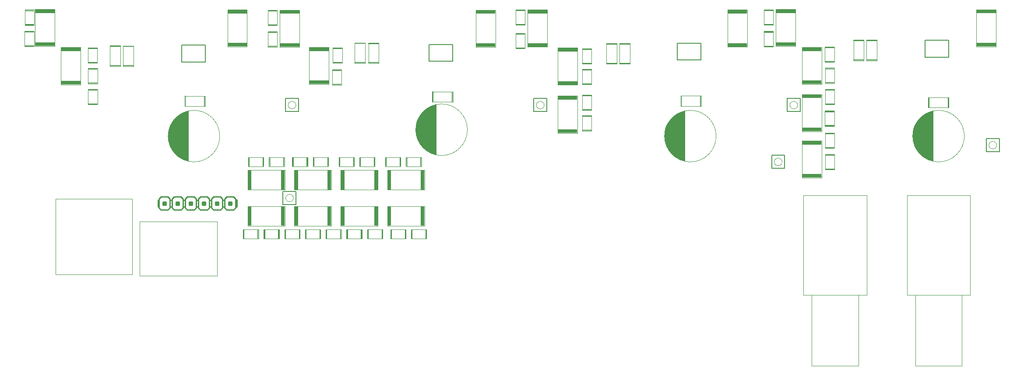
<source format=gbr>
%TF.GenerationSoftware,Altium Limited,Altium Designer,21.6.4 (81)*%
G04 Layer_Color=16711935*
%FSLAX45Y45*%
%MOMM*%
%TF.SameCoordinates,FD19CA96-AA1C-43A6-A510-41EB6BA20D2A*%
%TF.FilePolarity,Positive*%
%TF.FileFunction,Other,Top_Assembly*%
%TF.Part,Single*%
G01*
G75*
%TA.AperFunction,NonConductor*%
%ADD33C,0.25400*%
%ADD35C,0.10000*%
%ADD51C,0.15000*%
%ADD61R,0.80000X3.80000*%
%ADD62R,1.80000X0.20000*%
%ADD63R,0.20000X1.80000*%
%ADD64R,3.80000X0.80000*%
%ADD65R,2.00000X0.20000*%
%ADD66R,2.05000X0.20000*%
%ADD67R,0.20000X2.05000*%
%ADD68R,0.20000X2.00000*%
G36*
X3300000Y-2110000D02*
Y-3090000D01*
X3200000Y-3060000D01*
X3100000Y-3000000D01*
X3030000Y-2940000D01*
X2947138Y-2815717D01*
X2924847Y-2766669D01*
X2900000Y-2630000D01*
X2914668Y-2468666D01*
X2930912Y-2411814D01*
X2980000Y-2330000D01*
X3020000Y-2280000D01*
X3060000Y-2230000D01*
X3100000Y-2200000D01*
X3160000Y-2160000D01*
X3230000Y-2130000D01*
X3290000Y-2110000D01*
X3300000D01*
D02*
G37*
G36*
X8088960Y-1986500D02*
Y-2966500D01*
X7988960Y-2936500D01*
X7888960Y-2876500D01*
X7818960Y-2816500D01*
X7736098Y-2692217D01*
X7713807Y-2643169D01*
X7688960Y-2506500D01*
X7703627Y-2345166D01*
X7719872Y-2288314D01*
X7768960Y-2206500D01*
X7808960Y-2156500D01*
X7848960Y-2106500D01*
X7888960Y-2076500D01*
X7948960Y-2036500D01*
X8018960Y-2006500D01*
X8078960Y-1986500D01*
X8088960D01*
D02*
G37*
G36*
X12900000Y-2110000D02*
Y-3090000D01*
X12800000Y-3060000D01*
X12700000Y-3000000D01*
X12630000Y-2940000D01*
X12547138Y-2815717D01*
X12524846Y-2766669D01*
X12500000Y-2630000D01*
X12514667Y-2468666D01*
X12530912Y-2411814D01*
X12580000Y-2330000D01*
X12620000Y-2280000D01*
X12660000Y-2230000D01*
X12700000Y-2200000D01*
X12760000Y-2160000D01*
X12830000Y-2130000D01*
X12889999Y-2110000D01*
X12900000D01*
D02*
G37*
G36*
X17700000D02*
Y-3090000D01*
X17600000Y-3060000D01*
X17500000Y-3000000D01*
X17430000Y-2940000D01*
X17347137Y-2815717D01*
X17324846Y-2766669D01*
X17300000Y-2630000D01*
X17314667Y-2468666D01*
X17330911Y-2411814D01*
X17380000Y-2330000D01*
X17420000Y-2280000D01*
X17460001Y-2230000D01*
X17500000Y-2200000D01*
X17560001Y-2160000D01*
X17630000Y-2130000D01*
X17689999Y-2110000D01*
X17700000D01*
D02*
G37*
D33*
X4208480Y-3970620D02*
X4230480D01*
Y-3836620D01*
X4208480D02*
X4230480D01*
X2703720Y-3837340D02*
X2725720D01*
X2703720Y-3971340D02*
Y-3837340D01*
Y-3971340D02*
X2725720D01*
X3189720D02*
X3233720D01*
X3189720Y-3837340D02*
X3233720D01*
X3697720Y-3971340D02*
X3741720D01*
X3697720Y-3837340D02*
X3741720D01*
X3443720Y-3971340D02*
X3487720D01*
X3443720Y-3837340D02*
X3487720D01*
X3951720Y-3971340D02*
X3995720D01*
X3951720Y-3837340D02*
X3995720D01*
X2935720Y-3971340D02*
X2979720D01*
X2935720Y-3837340D02*
X2979720D01*
X2725720Y-3991340D02*
Y-3817340D01*
X2765720Y-3777340D02*
X2895720D01*
X2725720Y-3817340D02*
X2765720Y-3777340D01*
Y-4031340D02*
X2895720D01*
X2935720Y-3991340D02*
Y-3817340D01*
X2895720Y-3777340D02*
X2935720Y-3817340D01*
X2895720Y-4031340D02*
X2935720Y-3991340D01*
X2725720D02*
X2765720Y-4031340D01*
X3189720Y-3991340D02*
Y-3817340D01*
X2979720D02*
X3019720Y-3777340D01*
X3149720D02*
X3189720Y-3817340D01*
X3019720Y-3777340D02*
X3149720D01*
X2979720Y-3991340D02*
Y-3817340D01*
Y-3991340D02*
X3019720Y-4031340D01*
X3149720D01*
X3189720Y-3991340D01*
X3443720D02*
Y-3817340D01*
X3233720D02*
X3273720Y-3777340D01*
X3233720Y-3991340D02*
Y-3817340D01*
Y-3991340D02*
X3273720Y-4031340D01*
X3403720D01*
X3443720Y-3991340D01*
X3403720Y-3777340D02*
X3443720Y-3817340D01*
X3273720Y-3777340D02*
X3403720D01*
X3741720Y-3817340D02*
X3781720Y-3777340D01*
X3741720Y-3991340D02*
Y-3817340D01*
Y-3991340D02*
X3781720Y-4031340D01*
X3911720D01*
X3951720Y-3991340D01*
Y-3817340D01*
X3911720Y-3777340D02*
X3951720Y-3817340D01*
X3781720Y-3777340D02*
X3911720D01*
X4205720Y-3991340D02*
Y-3817340D01*
X3995720D02*
X4035720Y-3777340D01*
X3995720Y-3991340D02*
Y-3817340D01*
Y-3991340D02*
X4035720Y-4031340D01*
X4165720D01*
X4205720Y-3991340D01*
X4165720Y-3777340D02*
X4205720Y-3817340D01*
X4035720Y-3777340D02*
X4165720D01*
X3657720Y-4031340D02*
X3697720Y-3991340D01*
Y-3817340D01*
X3527720Y-3777340D02*
X3657720D01*
X3487720Y-3817340D02*
X3527720Y-3777340D01*
X3487720Y-3991340D02*
Y-3817340D01*
Y-3991340D02*
X3527720Y-4031340D01*
X3657720D01*
Y-3777340D02*
X3697720Y-3817340D01*
X3052720Y-3936340D02*
Y-3872340D01*
X4068720Y-3936340D02*
Y-3872340D01*
X4088720Y-3916340D02*
Y-3892340D01*
X3814720Y-3872340D02*
X3878720D01*
X3580720Y-3892340D02*
X3604720D01*
X3560720Y-3872340D02*
X3624720D01*
X3560720Y-3936340D02*
X3624720D01*
X3580720Y-3916340D02*
X3604720D01*
X3306720Y-3936340D02*
X3370720D01*
X3326720Y-3916340D02*
X3350720D01*
X3306720Y-3936340D02*
Y-3872340D01*
Y-3936340D02*
X3326720Y-3916340D01*
Y-3892340D01*
X3116720Y-3936340D02*
Y-3872340D01*
X3052720D02*
X3072720Y-3892340D01*
X3096720D02*
X3116720Y-3872340D01*
X3052720D02*
X3116720D01*
X3052720Y-3936340D02*
X3072720Y-3916340D01*
X3052720Y-3936340D02*
X3116720D01*
X3096720Y-3916340D02*
X3116720Y-3936340D01*
X2862720D02*
Y-3872340D01*
X2842720Y-3892340D02*
X2862720Y-3872340D01*
X2798720D02*
X2862720D01*
X2798720Y-3936340D02*
X2862720D01*
X2842720Y-3916340D02*
X2862720Y-3936340D01*
X2798720Y-3872340D02*
X2818720Y-3892340D01*
X2798720Y-3936340D02*
Y-3872340D01*
Y-3936340D02*
X2818720Y-3916340D01*
X2842720D01*
Y-3892340D01*
X2818720D02*
X2842720D01*
X2818720Y-3916340D02*
Y-3892340D01*
X3560720Y-3872340D02*
X3580720Y-3892340D01*
X3560720Y-3936340D02*
Y-3872340D01*
Y-3936340D02*
X3580720Y-3916340D01*
Y-3892340D01*
X3350720Y-3916340D02*
X3370720Y-3936340D01*
Y-3872340D01*
X3350720Y-3916340D02*
Y-3892340D01*
X3306720Y-3872340D02*
X3326720Y-3892340D01*
X3350720D01*
X3370720Y-3872340D01*
X3306720D02*
X3370720D01*
X4132720Y-3936340D02*
Y-3872340D01*
X4112720Y-3916340D02*
Y-3892340D01*
X4068720Y-3872340D02*
X4088720Y-3892340D01*
X4112720D01*
X4132720Y-3872340D01*
X4068720D02*
X4132720D01*
X4068720Y-3936340D02*
X4088720Y-3916340D01*
X4068720Y-3936340D02*
X4132720D01*
X4112720Y-3916340D02*
X4132720Y-3936340D01*
X4088720Y-3916340D02*
X4112720D01*
X3834720Y-3892340D02*
X3858720D01*
X3878720Y-3936340D02*
Y-3872340D01*
X3858720Y-3892340D02*
X3878720Y-3872340D01*
X3858720Y-3916340D02*
Y-3892340D01*
X3072720Y-3916340D02*
X3096720D01*
Y-3892340D01*
X3072720D02*
X3096720D01*
X3072720Y-3916340D02*
Y-3892340D01*
X3814720Y-3936340D02*
X3878720D01*
X3858720Y-3916340D02*
X3878720Y-3936340D01*
X3834720Y-3916340D02*
X3858720D01*
X3814720Y-3872340D02*
X3834720Y-3892340D01*
X3814720Y-3936340D02*
Y-3872340D01*
Y-3936340D02*
X3834720Y-3916340D01*
Y-3892340D01*
X3604720Y-3916340D02*
X3624720Y-3936340D01*
Y-3872340D01*
X3604720Y-3892340D02*
X3624720Y-3872340D01*
X3604720Y-3916340D02*
Y-3892340D01*
D35*
X14775000Y-3100000D02*
G03*
X14775000Y-3100000I-75000J0D01*
G01*
X15075000Y-2000000D02*
G03*
X15075000Y-2000000I-75000J0D01*
G01*
X18925000Y-2775000D02*
G03*
X18925000Y-2775000I-75000J0D01*
G01*
X10175000Y-2000000D02*
G03*
X10175000Y-2000000I-75000J0D01*
G01*
X5375000D02*
G03*
X5375000Y-2000000I-75000J0D01*
G01*
X13500000Y-2600000D02*
G03*
X13500000Y-2600000I-500000J0D01*
G01*
X18300000D02*
G03*
X18300000Y-2600000I-500000J0D01*
G01*
X8688960Y-2476500D02*
G03*
X8688960Y-2476500I-500000J0D01*
G01*
X3900000Y-2600000D02*
G03*
X3900000Y-2600000I-500000J0D01*
G01*
X5325000Y-3800000D02*
G03*
X5325000Y-3800000I-75000J0D01*
G01*
X4470000Y-3640000D02*
Y-3260000D01*
X5130000Y-3640000D02*
Y-3260000D01*
X4440000Y-3640000D02*
Y-3260000D01*
X5160000Y-3640000D02*
Y-3260000D01*
X4440000D02*
X5160000D01*
X4440000Y-3640000D02*
X5160000D01*
X1355260Y-1565100D02*
X1535260D01*
X1355260Y-1585100D02*
X1535260D01*
X1355260D02*
Y-1285100D01*
X1535260Y-1585100D02*
Y-1285100D01*
X1355260Y-1305100D02*
X1535260D01*
X1355260Y-1285100D02*
X1535260D01*
X1352720Y-906320D02*
X1532720D01*
X1352720Y-886320D02*
X1532720D01*
Y-1186320D02*
Y-886320D01*
X1352720Y-1186320D02*
Y-886320D01*
Y-1166320D02*
X1532720D01*
X1352720Y-1186320D02*
X1532720D01*
X1355260Y-1969740D02*
X1535260D01*
X1355260Y-1989740D02*
X1535260D01*
X1355260D02*
Y-1689740D01*
X1535260Y-1989740D02*
Y-1689740D01*
X1355260Y-1709740D02*
X1535260D01*
X1355260Y-1689740D02*
X1535260D01*
X5430000Y-4590000D02*
Y-4410000D01*
X5450000Y-4590000D02*
Y-4410000D01*
X5150000Y-4590000D02*
X5450000D01*
X5150000Y-4410000D02*
X5450000D01*
X5170000Y-4590000D02*
Y-4410000D01*
X5150000Y-4590000D02*
Y-4410000D01*
X5030000Y-4590000D02*
Y-4410000D01*
X5050000Y-4590000D02*
Y-4410000D01*
X4750000Y-4590000D02*
X5050000D01*
X4750000Y-4410000D02*
X5050000D01*
X4770000Y-4590000D02*
Y-4410000D01*
X4750000Y-4590000D02*
Y-4410000D01*
X4650000Y-4590000D02*
Y-4410000D01*
X4630000Y-4590000D02*
Y-4410000D01*
X4350000Y-4590000D02*
X4650000D01*
X4350000Y-4410000D02*
X4650000D01*
X4350000Y-4590000D02*
Y-4410000D01*
X4370000Y-4590000D02*
Y-4410000D01*
X5150000Y-3190000D02*
Y-3010000D01*
X5130000Y-3190000D02*
Y-3010000D01*
X4850000Y-3190000D02*
X5150000D01*
X4850000Y-3010000D02*
X5150000D01*
X4850000Y-3190000D02*
Y-3010000D01*
X4870000Y-3190000D02*
Y-3010000D01*
X4750000Y-3190000D02*
Y-3010000D01*
X4730000Y-3190000D02*
Y-3010000D01*
X4450000Y-3190000D02*
X4750000D01*
X4450000Y-3010000D02*
X4750000D01*
X4450000Y-3190000D02*
Y-3010000D01*
X4470000Y-3190000D02*
Y-3010000D01*
X6240000Y-3960000D02*
X6960000D01*
X6240000Y-4340000D02*
X6960000D01*
X6240000D02*
Y-3960000D01*
X6960000Y-4340000D02*
Y-3960000D01*
X6270000Y-4340000D02*
Y-3960000D01*
X6930000Y-4340000D02*
Y-3960000D01*
X6230000Y-4590000D02*
Y-4410000D01*
X6250000Y-4590000D02*
Y-4410000D01*
X5950000Y-4590000D02*
X6250000D01*
X5950000Y-4410000D02*
X6250000D01*
X5970000Y-4590000D02*
Y-4410000D01*
X5950000Y-4590000D02*
Y-4410000D01*
X7030000Y-4590000D02*
Y-4410000D01*
X7050000Y-4590000D02*
Y-4410000D01*
X6750000Y-4590000D02*
X7050000D01*
X6750000Y-4410000D02*
X7050000D01*
X6770000Y-4590000D02*
Y-4410000D01*
X6750000Y-4590000D02*
Y-4410000D01*
X6630000Y-4590000D02*
Y-4410000D01*
X6650000Y-4590000D02*
Y-4410000D01*
X6350000Y-4590000D02*
X6650000D01*
X6350000Y-4410000D02*
X6650000D01*
X6370000Y-4590000D02*
Y-4410000D01*
X6350000Y-4590000D02*
Y-4410000D01*
X5340000Y-3960000D02*
X6060000D01*
X5340000Y-4340000D02*
X6060000D01*
X5340000D02*
Y-3960000D01*
X6060000Y-4340000D02*
Y-3960000D01*
X5370000Y-4340000D02*
Y-3960000D01*
X6030000Y-4340000D02*
Y-3960000D01*
X5830000Y-4590000D02*
Y-4410000D01*
X5850000Y-4590000D02*
Y-4410000D01*
X5550000Y-4590000D02*
X5850000D01*
X5550000Y-4410000D02*
X5850000D01*
X5570000Y-4590000D02*
Y-4410000D01*
X5550000Y-4590000D02*
Y-4410000D01*
X7780000Y-3190000D02*
Y-3010000D01*
X7800000Y-3190000D02*
Y-3010000D01*
X7500000Y-3190000D02*
X7800000D01*
X7500000Y-3010000D02*
X7800000D01*
X7520000Y-3190000D02*
Y-3010000D01*
X7500000Y-3190000D02*
Y-3010000D01*
X7480000Y-4590000D02*
Y-4410000D01*
X7500000Y-4590000D02*
Y-4410000D01*
X7200000Y-4590000D02*
X7500000D01*
X7200000Y-4410000D02*
X7500000D01*
X7220000Y-4590000D02*
Y-4410000D01*
X7200000Y-4590000D02*
Y-4410000D01*
X7880000Y-4590000D02*
Y-4410000D01*
X7900000Y-4590000D02*
Y-4410000D01*
X7600000Y-4590000D02*
X7900000D01*
X7600000Y-4410000D02*
X7900000D01*
X7620000Y-4590000D02*
Y-4410000D01*
X7600000Y-4590000D02*
Y-4410000D01*
X7140000Y-3960000D02*
X7860000D01*
X7140000Y-4340000D02*
X7860000D01*
X7140000D02*
Y-3960000D01*
X7860000Y-4340000D02*
Y-3960000D01*
X7170000Y-4340000D02*
Y-3960000D01*
X7830000Y-4340000D02*
Y-3960000D01*
Y-3640000D02*
Y-3260000D01*
X7170000Y-3640000D02*
Y-3260000D01*
X7860000Y-3640000D02*
Y-3260000D01*
X7140000Y-3640000D02*
Y-3260000D01*
Y-3640000D02*
X7860000D01*
X7140000Y-3260000D02*
X7860000D01*
X7380000Y-3190000D02*
Y-3010000D01*
X7400000Y-3190000D02*
Y-3010000D01*
X7100000Y-3190000D02*
X7400000D01*
X7100000Y-3010000D02*
X7400000D01*
X7120000Y-3190000D02*
Y-3010000D01*
X7100000Y-3190000D02*
Y-3010000D01*
X5340000Y-3260000D02*
X6060000D01*
X5340000Y-3640000D02*
X6060000D01*
X5340000D02*
Y-3260000D01*
X6060000Y-3640000D02*
Y-3260000D01*
X5370000Y-3640000D02*
Y-3260000D01*
X6030000Y-3640000D02*
Y-3260000D01*
X4440000Y-4340000D02*
X5160000D01*
X4440000Y-3960000D02*
X5160000D01*
Y-4340000D02*
Y-3960000D01*
X4440000Y-4340000D02*
Y-3960000D01*
X5130000Y-4340000D02*
Y-3960000D01*
X4470000Y-4340000D02*
Y-3960000D01*
X6240000Y-3260000D02*
X6960000D01*
X6240000Y-3640000D02*
X6960000D01*
X6240000D02*
Y-3260000D01*
X6960000Y-3640000D02*
Y-3260000D01*
X6270000Y-3640000D02*
Y-3260000D01*
X6930000Y-3640000D02*
Y-3260000D01*
X5580000Y-3190000D02*
Y-3010000D01*
X5600000Y-3190000D02*
Y-3010000D01*
X5300000Y-3190000D02*
X5600000D01*
X5300000Y-3010000D02*
X5600000D01*
X5320000Y-3190000D02*
Y-3010000D01*
X5300000Y-3190000D02*
Y-3010000D01*
X5980000Y-3190000D02*
Y-3010000D01*
X6000000Y-3190000D02*
Y-3010000D01*
X5700000Y-3190000D02*
X6000000D01*
X5700000Y-3010000D02*
X6000000D01*
X5720000Y-3190000D02*
Y-3010000D01*
X5700000Y-3190000D02*
Y-3010000D01*
X6480000Y-3190000D02*
Y-3010000D01*
X6500000Y-3190000D02*
Y-3010000D01*
X6200000Y-3190000D02*
X6500000D01*
X6200000Y-3010000D02*
X6500000D01*
X6220000Y-3190000D02*
Y-3010000D01*
X6200000Y-3190000D02*
Y-3010000D01*
X10910000Y-2100000D02*
X11090000D01*
X10910000Y-2080000D02*
X11090000D01*
X10910000Y-2100000D02*
Y-1800000D01*
X11090000Y-2100000D02*
Y-1800000D01*
X10910000D02*
X11090000D01*
X10910000Y-1820000D02*
X11090000D01*
X10910000Y-2500000D02*
X11090000D01*
X10910000Y-2480000D02*
X11090000D01*
X10910000Y-2500000D02*
Y-2200000D01*
X11090000Y-2500000D02*
Y-2200000D01*
X10910000D02*
X11090000D01*
X10910000Y-2220000D02*
X11090000D01*
X6600000Y-3190000D02*
Y-3010000D01*
X6620000Y-3190000D02*
Y-3010000D01*
X6600000D02*
X6900000D01*
X6600000Y-3190000D02*
X6900000D01*
Y-3010000D01*
X6880000Y-3190000D02*
Y-3010000D01*
X15609740Y-3252120D02*
X15789740D01*
X15609740Y-3232120D02*
X15789740D01*
X15609740Y-3252120D02*
Y-2952120D01*
X15789740Y-3252120D02*
Y-2952120D01*
X15609740D02*
X15789740D01*
X15609740Y-2972120D02*
X15789740D01*
X15607201Y-2834780D02*
X15787199D01*
X15607201Y-2814780D02*
X15787199D01*
X15607201Y-2834780D02*
Y-2534780D01*
X15787199Y-2834780D02*
Y-2534780D01*
X15607201D02*
X15787199D01*
X15607201Y-2554780D02*
X15787199D01*
X15604660Y-2408840D02*
X15784660D01*
X15604660Y-2388840D02*
X15784660D01*
X15604660Y-2408840D02*
Y-2108840D01*
X15784660Y-2408840D02*
Y-2108840D01*
X15604660D02*
X15784660D01*
X15604660Y-2128840D02*
X15784660D01*
X15609740Y-1988960D02*
X15789740D01*
X15609740Y-1968960D02*
X15789740D01*
X15609740Y-1988960D02*
Y-1688960D01*
X15789740Y-1988960D02*
Y-1688960D01*
X15609740D02*
X15789740D01*
X15609740Y-1708960D02*
X15789740D01*
X15607201Y-1577480D02*
X15787199D01*
X15607201Y-1557480D02*
X15787199D01*
X15607201Y-1577480D02*
Y-1277480D01*
X15787199Y-1577480D02*
Y-1277480D01*
X15607201D02*
X15787199D01*
X15607201Y-1297480D02*
X15787199D01*
X15604660Y-1166000D02*
X15784660D01*
X15604660Y-1146000D02*
X15784660D01*
X15604660Y-1166000D02*
Y-866000D01*
X15784660Y-1166000D02*
Y-866000D01*
X15604660D02*
X15784660D01*
X15604660Y-886000D02*
X15784660D01*
X14426100Y-868820D02*
X14606100D01*
X14426100Y-848820D02*
X14606100D01*
X14426100Y-868820D02*
Y-568820D01*
X14606100Y-868820D02*
Y-568820D01*
X14426100D02*
X14606100D01*
X14426100Y-588820D02*
X14606100D01*
X14423560Y-447180D02*
X14603560D01*
X14423560Y-427180D02*
X14603560D01*
X14423560Y-447180D02*
Y-147180D01*
X14603560Y-447180D02*
Y-147180D01*
X14423560D02*
X14603560D01*
X14423560Y-167180D02*
X14603560D01*
X10910000Y-1600000D02*
X11090000D01*
X10910000Y-1580000D02*
X11090000D01*
X10910000Y-1600000D02*
Y-1300000D01*
X11090000Y-1600000D02*
Y-1300000D01*
X10910000D02*
X11090000D01*
X10910000Y-1320000D02*
X11090000D01*
X10910000Y-1200000D02*
X11090000D01*
X10910000Y-1180000D02*
X11090000D01*
X10910000Y-1200000D02*
Y-900000D01*
X11090000Y-1200000D02*
Y-900000D01*
X10910000D02*
X11090000D01*
X10910000Y-920000D02*
X11090000D01*
X9620420Y-904380D02*
X9800420D01*
X9620420Y-884380D02*
X9800420D01*
X9620420Y-904380D02*
Y-604380D01*
X9800420Y-904380D02*
Y-604380D01*
X9620420D02*
X9800420D01*
X9620420Y-624380D02*
X9800420D01*
X9625500Y-447180D02*
X9805500D01*
X9625500Y-427180D02*
X9805500D01*
X9625500Y-447180D02*
Y-147180D01*
X9805500Y-447180D02*
Y-147180D01*
X9625500D02*
X9805500D01*
X9625500Y-167180D02*
X9805500D01*
X6074580Y-1610500D02*
X6254580D01*
X6074580Y-1590500D02*
X6254580D01*
X6074580Y-1610500D02*
Y-1310500D01*
X6254580Y-1610500D02*
Y-1310500D01*
X6074580D02*
X6254580D01*
X6074580Y-1330500D02*
X6254580D01*
X6087280Y-1184560D02*
X6267280D01*
X6087280Y-1164560D02*
X6267280D01*
X6087280Y-1184560D02*
Y-884560D01*
X6267280Y-1184560D02*
Y-884560D01*
X6087280D02*
X6267280D01*
X6087280Y-904560D02*
X6267280D01*
X4827440Y-873900D02*
X5007440D01*
X4827440Y-853900D02*
X5007440D01*
X4827440Y-873900D02*
Y-573900D01*
X5007440Y-873900D02*
Y-573900D01*
X4827440D02*
X5007440D01*
X4827440Y-593900D02*
X5007440D01*
X4827440Y-455580D02*
X5007440D01*
X4827440Y-435580D02*
X5007440D01*
X4827440Y-455580D02*
Y-155580D01*
X5007440Y-455580D02*
Y-155580D01*
X4827440D02*
X5007440D01*
X4827440Y-175580D02*
X5007440D01*
X126640Y-861140D02*
X306640D01*
X126640Y-841140D02*
X306640D01*
X126640Y-861140D02*
Y-561140D01*
X306640Y-861140D02*
Y-561140D01*
X126640D02*
X306640D01*
X126640Y-581140D02*
X306640D01*
X129180Y-452200D02*
X309180D01*
X129180Y-432200D02*
X309180D01*
X129180Y-452200D02*
Y-152200D01*
X309180Y-452200D02*
Y-152200D01*
X129180D02*
X309180D01*
X129180Y-172200D02*
X309180D01*
X15539999Y-2510000D02*
Y-1790000D01*
X15160001Y-2510000D02*
Y-1790000D01*
X15539999D01*
X15160001Y-2510000D02*
X15539999D01*
X15160001Y-1820000D02*
X15539999D01*
X15160001Y-2480000D02*
X15539999D01*
Y-3410000D02*
Y-2690000D01*
X15160001Y-3410000D02*
Y-2690000D01*
X15539999D01*
X15160001Y-3410000D02*
X15539999D01*
X15160001Y-2720000D02*
X15539999D01*
X15160001Y-3380000D02*
X15539999D01*
X729132Y-3820000D02*
X2204868D01*
Y-5280000D02*
Y-3820000D01*
X729132Y-5280000D02*
X2204868D01*
X729132D02*
Y-3820000D01*
X1211080Y-1602060D02*
Y-882060D01*
X831080Y-1602060D02*
Y-882060D01*
X1211080D01*
X831080Y-1602060D02*
X1211080D01*
X831080Y-912060D02*
X1211080D01*
X831080Y-1572060D02*
X1211080D01*
X710700Y-860340D02*
Y-140340D01*
X330700Y-860340D02*
Y-140340D01*
X710700D01*
X330700Y-860340D02*
X710700D01*
X330700Y-170340D02*
X710700D01*
X330700Y-830340D02*
X710700D01*
X4049260Y-840580D02*
X4429260D01*
X4049260Y-180580D02*
X4429260D01*
X4049260Y-870580D02*
X4429260D01*
X4049260Y-150580D02*
X4429260D01*
X4049260Y-870580D02*
Y-150580D01*
X4429260Y-870580D02*
Y-150580D01*
X16407460Y-1137260D02*
X16607460D01*
X16407460Y-737260D02*
X16607460D01*
X16407460Y-1137260D02*
Y-737260D01*
X16607460Y-1137260D02*
Y-737260D01*
X18534880Y-837960D02*
X18914880D01*
X18534880Y-177960D02*
X18914880D01*
X18534880Y-867960D02*
X18914880D01*
X18534880Y-147960D02*
X18914880D01*
X18534880Y-867960D02*
Y-147960D01*
X18914880Y-867960D02*
Y-147960D01*
X17600000Y-2050000D02*
X18000000D01*
X17600000Y-1850000D02*
X18000000D01*
Y-2050000D02*
Y-1850000D01*
X17600000Y-2050000D02*
Y-1850000D01*
X15159219Y-1569480D02*
X15539220D01*
X15159219Y-909480D02*
X15539220D01*
X15159219Y-1599480D02*
X15539220D01*
X15159219Y-879480D02*
X15539220D01*
X15159219Y-1599480D02*
Y-879480D01*
X15539220Y-1599480D02*
Y-879480D01*
X16356000Y-1137260D02*
Y-737260D01*
X16156000Y-1137260D02*
Y-737260D01*
X16356000D01*
X16156000Y-1137260D02*
X16356000D01*
X14653760Y-832880D02*
X15033760D01*
X14653760Y-172880D02*
X15033760D01*
X14653760Y-862880D02*
X15033760D01*
X14653760Y-142880D02*
X15033760D01*
X14653760Y-862880D02*
Y-142880D01*
X15033760Y-862880D02*
Y-142880D01*
X2228520Y-1249020D02*
Y-849020D01*
X2028520Y-1249020D02*
Y-849020D01*
X2228520D01*
X2028520Y-1249020D02*
X2228520D01*
X8009280Y-1938960D02*
X8409280D01*
X8009280Y-1738960D02*
X8409280D01*
Y-1938960D02*
Y-1738960D01*
X8009280Y-1938960D02*
Y-1738960D01*
X6511620Y-790860D02*
X6711620D01*
X6511620Y-1190860D02*
X6711620D01*
Y-790860D01*
X6511620Y-1190860D02*
Y-790860D01*
X5062720Y-845660D02*
X5442720D01*
X5062720Y-185660D02*
X5442720D01*
X5062720Y-875660D02*
X5442720D01*
X5062720Y-155660D02*
X5442720D01*
X5062720Y-875660D02*
Y-155660D01*
X5442720Y-875660D02*
Y-155660D01*
X8852400Y-845660D02*
X9232400D01*
X8852400Y-185660D02*
X9232400D01*
X8852400Y-875660D02*
X9232400D01*
X8852400Y-155660D02*
X9232400D01*
X8852400Y-875660D02*
Y-155660D01*
X9232400Y-875660D02*
Y-155660D01*
X6775780Y-1193140D02*
Y-793140D01*
X6975780Y-1193140D02*
Y-793140D01*
X6775780Y-1193140D02*
X6975780D01*
X6775780Y-793140D02*
X6975780D01*
X1977060Y-1246480D02*
Y-846480D01*
X1777060Y-1246480D02*
Y-846480D01*
X1977060D01*
X1777060Y-1246480D02*
X1977060D01*
X10433740Y-2511860D02*
X10813740D01*
X10433740Y-1851860D02*
X10813740D01*
X10433740Y-2541860D02*
X10813740D01*
X10433740Y-1821860D02*
X10813740D01*
X10433740Y-2541860D02*
Y-1821860D01*
X10813740Y-2541860D02*
Y-1821860D01*
X10437360Y-1579640D02*
X10817360D01*
X10437360Y-919640D02*
X10817360D01*
X10437360Y-1609640D02*
X10817360D01*
X10437360Y-889640D02*
X10817360D01*
X10437360Y-1609640D02*
Y-889640D01*
X10817360Y-1609640D02*
Y-889640D01*
X13721581Y-843080D02*
X14101579D01*
X13721581Y-183080D02*
X14101579D01*
X13721581Y-873080D02*
X14101579D01*
X13721581Y-153080D02*
X14101579D01*
X13721581Y-873080D02*
Y-153080D01*
X14101579Y-873080D02*
Y-153080D01*
X3218840Y-2022780D02*
X3618840D01*
X3218840Y-1822780D02*
X3618840D01*
Y-2022780D02*
Y-1822780D01*
X3218840Y-2022780D02*
Y-1822780D01*
X9855700Y-843080D02*
X10235700D01*
X9855700Y-183080D02*
X10235700D01*
X9855700Y-873080D02*
X10235700D01*
X9855700Y-153080D02*
X10235700D01*
X9855700Y-873080D02*
Y-153080D01*
X10235700Y-873080D02*
Y-153080D01*
X11632260Y-1203300D02*
Y-803300D01*
X11832260Y-1203300D02*
Y-803300D01*
X11632260Y-1203300D02*
X11832260D01*
X11632260Y-803300D02*
X11832260D01*
X11378260D02*
X11578260D01*
X11378260Y-1203300D02*
X11578260D01*
Y-803300D01*
X11378260Y-1203300D02*
Y-803300D01*
X12812421Y-2020240D02*
X13212421D01*
X12812421Y-1820240D02*
X13212421D01*
Y-2020240D02*
Y-1820240D01*
X12812421Y-2020240D02*
Y-1820240D01*
X5631680Y-1566940D02*
X6011680D01*
X5631680Y-906940D02*
X6011680D01*
X5631680Y-1596940D02*
X6011680D01*
X5631680Y-876940D02*
X6011680D01*
X5631680Y-1596940D02*
Y-876940D01*
X6011680Y-1596940D02*
Y-876940D01*
X17189999Y-3750000D02*
X18410001D01*
Y-5680000D02*
Y-3750000D01*
X17189999Y-5680000D02*
X18410001D01*
X17189999D02*
Y-3750000D01*
X17350000Y-5680000D02*
X18250000D01*
Y-7050000D02*
Y-5680000D01*
X17350000Y-7050000D02*
X18250000D01*
X17350000D02*
Y-5680000D01*
X15189999Y-3750000D02*
X16410001D01*
Y-5680000D02*
Y-3750000D01*
X15189999Y-5680000D02*
X16410001D01*
X15189999D02*
Y-3750000D01*
X15350000Y-5680000D02*
X16250000D01*
Y-7050000D02*
Y-5680000D01*
X15350000Y-7050000D02*
X16250000D01*
X15350000D02*
Y-5680000D01*
X2347530Y-5304570D02*
X3080530D01*
X2347530D02*
Y-4254570D01*
X3080530Y-5304570D02*
X3847530D01*
Y-4747569D01*
Y-4254570D01*
X2347530D02*
X3847530D01*
D51*
X3165940Y-1163260D02*
X3620940D01*
X3165940Y-838260D02*
X3620940D01*
Y-1163260D02*
Y-838260D01*
X3165940Y-1163260D02*
Y-838260D01*
X14572993Y-2970000D02*
X14825993D01*
X14572993Y-3226741D02*
Y-2970000D01*
X14825993Y-3226741D02*
Y-2970000D01*
X14572993Y-3226741D02*
X14825993D01*
X14872993Y-1870000D02*
X15125993D01*
X14872993Y-2126741D02*
Y-1870000D01*
X15125993Y-2126741D02*
Y-1870000D01*
X14872993Y-2126741D02*
X15125993D01*
X18722993Y-2645000D02*
X18975993D01*
X18722993Y-2901741D02*
Y-2645000D01*
X18975993Y-2901741D02*
Y-2645000D01*
X18722993Y-2901741D02*
X18975993D01*
X9972993Y-1870000D02*
X10225993D01*
X9972993Y-2126741D02*
Y-1870000D01*
X10225993Y-2126741D02*
Y-1870000D01*
X9972993Y-2126741D02*
X10225993D01*
X5172993Y-1870000D02*
X5425993D01*
X5172993Y-2126741D02*
Y-1870000D01*
X5425993Y-2126741D02*
Y-1870000D01*
X5172993Y-2126741D02*
X5425993D01*
X17541840Y-1069280D02*
Y-744280D01*
X17996840Y-1069280D02*
Y-744280D01*
X17541840D02*
X17996840D01*
X17541840Y-1069280D02*
X17996840D01*
X7948760Y-1150560D02*
Y-825560D01*
X8403760Y-1150560D02*
Y-825560D01*
X7948760D02*
X8403760D01*
X7948760Y-1150560D02*
X8403760D01*
X12746820Y-1125160D02*
Y-800160D01*
X13201820Y-1125160D02*
Y-800160D01*
X12746820D02*
X13201820D01*
X12746820Y-1125160D02*
X13201820D01*
X5122993Y-3670000D02*
X5375993D01*
X5122993Y-3926741D02*
Y-3670000D01*
X5375993Y-3926741D02*
Y-3670000D01*
X5122993Y-3926741D02*
X5375993D01*
D61*
X5119999Y-3450002D02*
D03*
X4479999D02*
D03*
X6919997Y-4149999D02*
D03*
X6280000D02*
D03*
X6019997D02*
D03*
X5380000D02*
D03*
X7820000Y-4149997D02*
D03*
X7180004D02*
D03*
X7180003Y-3449999D02*
D03*
X7819999D02*
D03*
X6019999Y-3449999D02*
D03*
X5380002D02*
D03*
X4480000Y-4150001D02*
D03*
X5120000D02*
D03*
X6919998Y-3449998D02*
D03*
X6280001D02*
D03*
D62*
X1445415Y-1575196D02*
D03*
X1445414Y-1295200D02*
D03*
X1442719Y-896153D02*
D03*
X1442720Y-1176150D02*
D03*
X1445391Y-1979922D02*
D03*
X1445392Y-1699926D02*
D03*
X11000000Y-2089942D02*
D03*
X10999999Y-1809946D02*
D03*
X11000000Y-2489986D02*
D03*
X10999999Y-2209989D02*
D03*
X15699741Y-3242114D02*
D03*
X15699739Y-2962117D02*
D03*
X15697200Y-2824738D02*
D03*
X15697198Y-2544741D02*
D03*
X15694659Y-2398840D02*
D03*
Y-2118840D02*
D03*
X15699739Y-1978983D02*
D03*
Y-1698991D02*
D03*
X15697200Y-1567413D02*
D03*
X15697198Y-1287417D02*
D03*
X15694659Y-1155927D02*
D03*
X15694659Y-875931D02*
D03*
X14516046Y-858772D02*
D03*
X14516048Y-578776D02*
D03*
X14513525Y-437103D02*
D03*
X14513525Y-157107D02*
D03*
X11000000Y-1589872D02*
D03*
X10999999Y-1309875D02*
D03*
X11000000Y-1189975D02*
D03*
X10999999Y-909979D02*
D03*
X9710312Y-894333D02*
D03*
X9710313Y-614337D02*
D03*
X9715376Y-437061D02*
D03*
X9715376Y-157065D02*
D03*
X6164579Y-1600534D02*
D03*
Y-1320541D02*
D03*
X6177280Y-1174469D02*
D03*
X6177279Y-894473D02*
D03*
X4917283Y-863882D02*
D03*
X4917283Y-583885D02*
D03*
X4917501Y-445559D02*
D03*
X4917501Y-165563D02*
D03*
X216626Y-851136D02*
D03*
X216627Y-571140D02*
D03*
X219211Y-442204D02*
D03*
Y-162211D02*
D03*
D63*
X5439998Y-4500042D02*
D03*
X5160002Y-4500042D02*
D03*
X5039998Y-4500047D02*
D03*
X4760002Y-4500047D02*
D03*
X4640000Y-4500001D02*
D03*
X4360000D02*
D03*
X5139995Y-3100001D02*
D03*
X4860002D02*
D03*
X4739994Y-3100000D02*
D03*
X4460001D02*
D03*
X6240055Y-4499999D02*
D03*
X5960058Y-4499999D02*
D03*
X7040078Y-4499997D02*
D03*
X6760082Y-4499997D02*
D03*
X6639998Y-4499996D02*
D03*
X6360002Y-4499995D02*
D03*
X5839998Y-4499922D02*
D03*
X5560001Y-4499922D02*
D03*
X7790079Y-3099998D02*
D03*
X7510083Y-3099999D02*
D03*
X7490034Y-4500001D02*
D03*
X7210037Y-4500002D02*
D03*
X7890067Y-4499999D02*
D03*
X7610071Y-4500000D02*
D03*
X7390060Y-3099993D02*
D03*
X7110064Y-3099994D02*
D03*
X5590075Y-3099998D02*
D03*
X5310079Y-3099999D02*
D03*
X5990041Y-3099996D02*
D03*
X5710044Y-3099997D02*
D03*
X6489998Y-3099915D02*
D03*
X6210002Y-3099915D02*
D03*
X6610002Y-3099963D02*
D03*
X6889998Y-3099964D02*
D03*
D64*
X15350009Y-2469990D02*
D03*
Y-1829994D02*
D03*
X15350011Y-3369988D02*
D03*
Y-2729991D02*
D03*
X1021084Y-1562055D02*
D03*
Y-922058D02*
D03*
X520700Y-820340D02*
D03*
Y-180340D02*
D03*
X4239260Y-190581D02*
D03*
Y-830577D02*
D03*
X18724879Y-187961D02*
D03*
Y-827958D02*
D03*
X15349228Y-919472D02*
D03*
Y-1559471D02*
D03*
X14843761Y-182880D02*
D03*
Y-822880D02*
D03*
X5252720Y-195660D02*
D03*
Y-835660D02*
D03*
X9042400Y-195661D02*
D03*
Y-835657D02*
D03*
X10623748Y-1861855D02*
D03*
Y-2501851D02*
D03*
X10627366Y-929634D02*
D03*
Y-1569634D02*
D03*
X13911581Y-193082D02*
D03*
Y-833078D02*
D03*
X10045700Y-193080D02*
D03*
Y-833080D02*
D03*
X5821690Y-916930D02*
D03*
Y-1556930D02*
D03*
D65*
X16507468Y-1122050D02*
D03*
X16256004Y-1122142D02*
D03*
Y-752143D02*
D03*
X2128449Y-1234208D02*
D03*
X6611510Y-1175901D02*
D03*
Y-805902D02*
D03*
X6875869Y-808111D02*
D03*
X1876994Y-1231694D02*
D03*
Y-861694D02*
D03*
X11732369Y-818217D02*
D03*
X11478343Y-1188237D02*
D03*
Y-818237D02*
D03*
D66*
X16509938Y-752287D02*
D03*
X2130974Y-864081D02*
D03*
X6873289Y-1178118D02*
D03*
X11729774Y-1188280D02*
D03*
D67*
X17985001Y-1952499D02*
D03*
X8394280Y-1841459D02*
D03*
X3603839Y-1925280D02*
D03*
X13197420Y-1922740D02*
D03*
D68*
X17614999Y-1949999D02*
D03*
X8024279Y-1838963D02*
D03*
X3233840Y-1922778D02*
D03*
X12827419Y-1920246D02*
D03*
%TF.MD5,6f3c0fb54aaa922fadcca1214439ed5f*%
M02*

</source>
